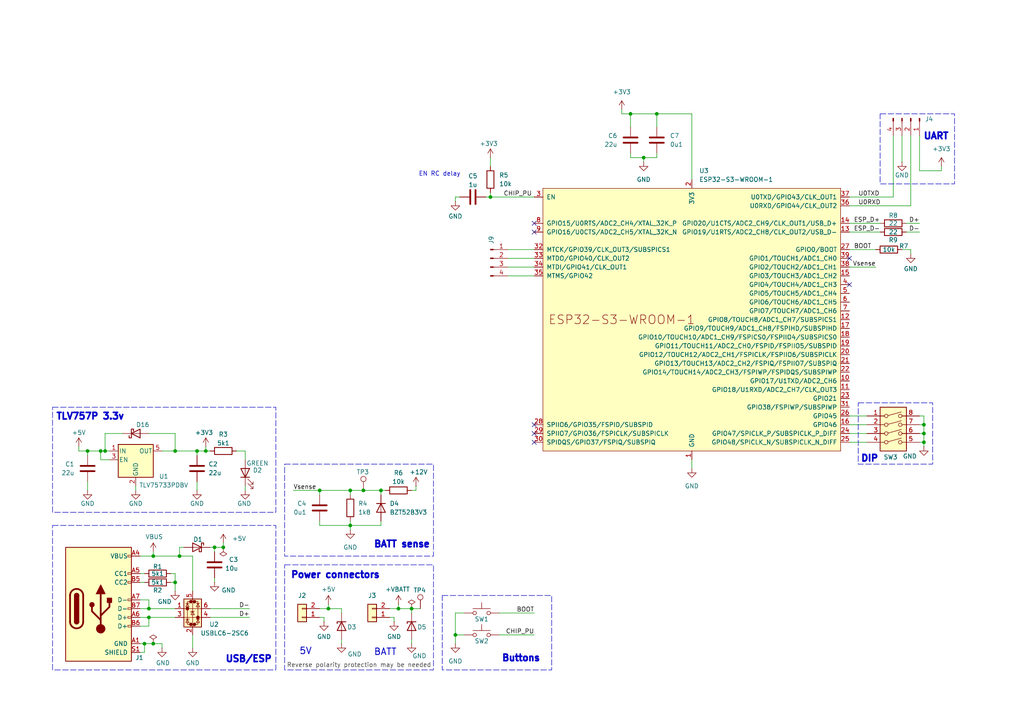
<source format=kicad_sch>
(kicad_sch (version 20250114) (generator "eeschema") (generator_version "9.0")
  (paper "A4")
  (lib_symbols
    (symbol "Connector:Conn_01x04_Pin" (pin_names (offset 1.016) (hide yes))
      (property "Reference" "J" (at 0 5.08 0))
      (property "Value" "Conn_01x04_Pin" (at 0 -7.62 0))
      (symbol "Conn_01x04_Pin_1_1"
        (pin passive line (at 5.08 2.54 180) (length 3.81) (name "Pin_1") (number "1"))
        (pin passive line (at 5.08 0 180) (length 3.81) (name "Pin_2") (number "2"))
        (pin passive line (at 5.08 -2.54 180) (length 3.81) (name "Pin_3") (number "3"))
        (pin passive line (at 5.08 -5.08 180) (length 3.81) (name "Pin_4") (number "4"))
      )
    )
    (symbol "Connector:TestPoint" (pin_numbers (hide yes)) (pin_names (offset 0.762) (hide yes))
      (property "Reference" "TP" (at 0 6.858 0))
      (property "Value" "TestPoint" (at 0 5.08 0))
      (symbol "TestPoint_1_1"
        (pin passive line (at 0 0 90) (length 2.54) (name "1") (number "1"))
      )
    )
    (symbol "Connector:USB_C_Receptacle_USB2.0_14P" (pin_names (offset 1.016))
      (property "Reference" "J4" (at 13.716 -14.224 0))
      (symbol "USB_C_Receptacle_USB2.0_14P_1_1"
        (pin power_out line (at 12.7 15.24 180) (length 2.54) (name "VBUS") (number "A4"))
        (pin passive line (at 12.7 15.24 180) (length 2.54) (hide yes) (name "VBUS") (number "A9"))
        (pin passive line (at 12.7 15.24 180) (length 2.54) (hide yes) (name "VBUS") (number "B4"))
        (pin passive line (at 12.7 15.24 180) (length 2.54) (hide yes) (name "VBUS") (number "B9"))
        (pin bidirectional line (at 12.7 10.16 180) (length 2.54) (name "CC1") (number "A5"))
        (pin bidirectional line (at 12.7 7.62 180) (length 2.54) (name "CC2") (number "B5"))
        (pin bidirectional line (at 12.7 2.54 180) (length 2.54) (name "D-") (number "A7"))
        (pin bidirectional line (at 12.7 0 180) (length 2.54) (name "D-") (number "B7"))
        (pin bidirectional line (at 12.7 -2.54 180) (length 2.54) (name "D+") (number "A6"))
        (pin bidirectional line (at 12.7 -5.08 180) (length 2.54) (name "D+") (number "B6"))
        (pin passive line (at 12.7 -10.16 180) (length 2.54) (name "GND") (number "A1"))
        (pin passive line (at 12.7 -10.16 180) (length 2.54) (hide yes) (name "GND") (number "A12"))
        (pin passive line (at 12.7 -10.16 180) (length 2.54) (hide yes) (name "GND") (number "B1"))
        (pin passive line (at 12.7 -10.16 180) (length 2.54) (hide yes) (name "GND") (number "B12"))
        (pin passive line (at 12.7 -12.7 180) (length 2.54) (name "SHIELD") (number "S1"))
      )
    )
    (symbol "Connector_Generic:Conn_01x02" (pin_names (offset 1.016) (hide yes))
      (property "Reference" "J" (at 0 2.54 0))
      (property "Value" "Conn_01x02" (at 0 -5.08 0))
      (symbol "Conn_01x02_1_1"
        (pin passive line (at -5.08 0 0) (length 3.81) (name "Pin_1") (number "1"))
        (pin passive line (at -5.08 -2.54 0) (length 3.81) (name "Pin_2") (number "2"))
      )
    )
    (symbol "Device:C" (pin_numbers (hide yes)) (pin_names (offset 0.254))
      (property "Reference" "C" (at 0.635 2.54 0))
      (property "Value" "C" (at 0.635 -2.54 0))
      (symbol "C_1_1"
        (pin passive line (at 0 3.81 270) (length 2.794) (name "~") (number "1"))
        (pin passive line (at 0 -3.81 90) (length 2.794) (name "~") (number "2"))
      )
    )
    (symbol "Device:D" (pin_numbers (hide yes)) (pin_names (offset 1.016) (hide yes))
      (property "Reference" "D" (at 0 2.54 0))
      (property "Value" "D" (at 0 -2.54 0))
      (symbol "D_1_1"
        (pin passive line (at -3.81 0 0) (length 2.54) (name "K") (number "1"))
        (pin passive line (at 3.81 0 180) (length 2.54) (name "A") (number "2"))
      )
    )
    (symbol "Device:D_Schottky" (pin_numbers (hide yes)) (pin_names (offset 1.016) (hide yes))
      (property "Reference" "D" (at 0 2.54 0))
      (property "Value" "D_Schottky" (at 0 -2.54 0))
      (symbol "D_Schottky_1_1"
        (pin passive line (at -3.81 0 0) (length 2.54) (name "K") (number "1"))
        (pin passive line (at 3.81 0 180) (length 2.54) (name "A") (number "2"))
      )
    )
    (symbol "Device:LED" (pin_numbers (hide yes)) (pin_names (offset 1.016) (hide yes))
      (property "Reference" "D" (at 0 2.54 0))
      (property "Value" "LED" (at 0 -2.54 0))
      (symbol "LED_1_1"
        (pin passive line (at -3.81 0 0) (length 2.54) (name "K") (number "1"))
        (pin passive line (at 3.81 0 180) (length 2.54) (name "A") (number "2"))
      )
    )
    (symbol "Device:R" (pin_numbers (hide yes)) (pin_names (offset 0))
      (property "Reference" "R" (at 2.032 0 90))
      (property "Value" "R" (at 0 0 90))
      (symbol "R_1_1"
        (pin passive line (at 0 3.81 270) (length 1.27) (name "~") (number "1"))
        (pin passive line (at 0 -3.81 90) (length 1.27) (name "~") (number "2"))
      )
    )
    (symbol "PCM_Espressif:ESP32-S3-WROOM-1" (pin_names (offset 1.016))
      (property "Reference" "U" (at -43.18 43.18 0))
      (property "Value" "ESP32-S3-WROOM-1" (at -43.18 40.64 0))
      (symbol "ESP32-S3-WROOM-1_0_0"
        (text "ESP32-S3-WROOM-1" (at -20.32 0 0) (effects (font (size 2.54 2.54))))
        (pin input line (at -45.72 35.56 0) (length 2.54) (name "EN") (number "3"))
        (pin bidirectional line (at -45.72 27.94 0) (length 2.54) (name "GPIO15/U0RTS/ADC2_CH4/XTAL_32K_P") (number "8"))
        (pin bidirectional line (at -45.72 25.4 0) (length 2.54) (name "GPIO16/U0CTS/ADC2_CH5/XTAL_32K_N") (number "9"))
        (pin bidirectional line (at -45.72 20.32 0) (length 2.54) (name "MTCK/GPIO39/CLK_OUT3/SUBSPICS1") (number "32"))
        (pin bidirectional line (at -45.72 17.78 0) (length 2.54) (name "MTDO/GPIO40/CLK_OUT2") (number "33"))
        (pin bidirectional line (at -45.72 15.24 0) (length 2.54) (name "MTDI/GPIO41/CLK_OUT1") (number "34"))
        (pin bidirectional line (at -45.72 12.7 0) (length 2.54) (name "MTMS/GPIO42") (number "35"))
        (pin bidirectional line (at -45.72 -30.48 0) (length 2.54) (name "SPIIO6/GPIO35/FSPID/SUBSPID") (number "28"))
        (pin bidirectional line (at -45.72 -33.02 0) (length 2.54) (name "SPIIO7/GPIO36/FSPICLK/SUBSPICLK") (number "29"))
        (pin bidirectional line (at -45.72 -35.56 0) (length 2.54) (name "SPIDQS/GPIO37/FSPIQ/SUBSPIQ") (number "30"))
        (pin power_in line (at 0 40.64 270) (length 2.54) (name "3V3") (number "2"))
        (pin power_in line (at 0 -40.64 90) (length 2.54) (name "GND") (number "1"))
        (pin passive line (at 0 -40.64 90) (length 2.54) (hide yes) (name "GND") (number "40"))
        (pin passive line (at 0 -40.64 90) (length 2.54) (hide yes) (name "GND") (number "41"))
        (pin bidirectional line (at 45.72 35.56 180) (length 2.54) (name "U0TXD/GPIO43/CLK_OUT1") (number "37"))
        (pin bidirectional line (at 45.72 33.02 180) (length 2.54) (name "U0RXD/GPIO44/CLK_OUT2") (number "36"))
        (pin bidirectional line (at 45.72 27.94 180) (length 2.54) (name "GPIO20/U1CTS/ADC2_CH9/CLK_OUT1/USB_D+") (number "14"))
        (pin bidirectional line (at 45.72 25.4 180) (length 2.54) (name "GPIO19/U1RTS/ADC2_CH8/CLK_OUT2/USB_D-") (number "13"))
        (pin bidirectional line (at 45.72 20.32 180) (length 2.54) (name "GPIO0/BOOT") (number "27"))
        (pin bidirectional line (at 45.72 17.78 180) (length 2.54) (name "GPIO1/TOUCH1/ADC1_CH0") (number "39"))
        (pin bidirectional line (at 45.72 15.24 180) (length 2.54) (name "GPIO2/TOUCH2/ADC1_CH1") (number "38"))
        (pin bidirectional line (at 45.72 12.7 180) (length 2.54) (name "GPIO3/TOUCH3/ADC1_CH2") (number "15"))
        (pin bidirectional line (at 45.72 10.16 180) (length 2.54) (name "GPIO4/TOUCH4/ADC1_CH3") (number "4"))
        (pin bidirectional line (at 45.72 7.62 180) (length 2.54) (name "GPIO5/TOUCH5/ADC1_CH4") (number "5"))
        (pin bidirectional line (at 45.72 5.08 180) (length 2.54) (name "GPIO6/TOUCH6/ADC1_CH5") (number "6"))
        (pin bidirectional line (at 45.72 2.54 180) (length 2.54) (name "GPIO7/TOUCH7/ADC1_CH6") (number "7"))
        (pin bidirectional line (at 45.72 0 180) (length 2.54) (name "GPIO8/TOUCH8/ADC1_CH7/SUBSPICS1") (number "12"))
        (pin bidirectional line (at 45.72 -2.54 180) (length 2.54) (name "GPIO9/TOUCH9/ADC1_CH8/FSPIHD/SUBSPIHD") (number "17"))
        (pin bidirectional line (at 45.72 -5.08 180) (length 2.54) (name "GPIO10/TOUCH10/ADC1_CH9/FSPICS0/FSPIIO4/SUBSPICS0") (number "18"))
        (pin bidirectional line (at 45.72 -7.62 180) (length 2.54) (name "GPIO11/TOUCH11/ADC2_CH0/FSPID/FSPIIO5/SUBSPID") (number "19"))
        (pin bidirectional line (at 45.72 -10.16 180) (length 2.54) (name "GPIO12/TOUCH12/ADC2_CH1/FSPICLK/FSPIIO6/SUBSPICLK") (number "20"))
        (pin bidirectional line (at 45.72 -12.7 180) (length 2.54) (name "GPIO13/TOUCH13/ADC2_CH2/FSPIQ/FSPIIO7/SUBSPIQ") (number "21"))
        (pin bidirectional line (at 45.72 -15.24 180) (length 2.54) (name "GPIO14/TOUCH14/ADC2_CH3/FSPIWP/FSPIDQS/SUBSPIWP") (number "22"))
        (pin bidirectional line (at 45.72 -17.78 180) (length 2.54) (name "GPIO17/U1TXD/ADC2_CH6") (number "10"))
        (pin bidirectional line (at 45.72 -20.32 180) (length 2.54) (name "GPIO18/U1RXD/ADC2_CH7/CLK_OUT3") (number "11"))
        (pin bidirectional line (at 45.72 -22.86 180) (length 2.54) (name "GPIO21") (number "23"))
        (pin bidirectional line (at 45.72 -25.4 180) (length 2.54) (name "GPIO38/FSPIWP/SUBSPIWP") (number "31"))
        (pin bidirectional line (at 45.72 -27.94 180) (length 2.54) (name "GPIO45") (number "26"))
        (pin bidirectional line (at 45.72 -30.48 180) (length 2.54) (name "GPIO46") (number "16"))
        (pin bidirectional line (at 45.72 -33.02 180) (length 2.54) (name "GPIO47/SPICLK_P/SUBSPICLK_P_DIFF") (number "24"))
        (pin bidirectional line (at 45.72 -35.56 180) (length 2.54) (name "GPIO48/SPICLK_N/SUBSPICLK_N_DIFF") (number "25"))
      )
    )
    (symbol "Pers:H5VU10U" (pin_numbers (hide yes)) (pin_names (hide yes))
      (property "Reference" "D" (at 0 2.54 0))
      (property "Value" "H5VU10U" (at 0 -2.54 0))
      (symbol "H5VU10U_1_1"
        (pin passive line (at -3.81 0 0) (length 2.54) (name "K") (number "1"))
        (pin passive line (at 3.81 0 180) (length 2.54) (name "A") (number "2"))
      )
    )
    (symbol "Power_Protection:USBLC6-2SC6" (pin_names (hide yes))
      (property "Reference" "U" (at 0.635 5.715 0))
      (property "Value" "USBLC6-2SC6" (at 0.635 3.81 0))
      (symbol "USBLC6-2SC6_1_1"
        (pin passive line (at -5.08 0 0) (length 2.54) (name "I/O1") (number "1"))
        (pin passive line (at -5.08 -2.54 0) (length 2.54) (name "I/O2") (number "3"))
        (pin passive line (at 0 5.08 270) (length 2.54) (name "VBUS") (number "5"))
        (pin passive line (at 0 -7.62 90) (length 2.54) (name "GND") (number "2"))
        (pin passive line (at 5.08 0 180) (length 2.54) (name "I/O1") (number "6"))
        (pin passive line (at 5.08 -2.54 180) (length 2.54) (name "I/O2") (number "4"))
      )
    )
    (symbol "Regulator_Linear:TLV75733PDBV" (pin_names (offset 0.254))
      (property "Reference" "U" (at -3.81 5.715 0))
      (property "Value" "TLV75733PDBV" (at 0 5.715 0))
      (symbol "TLV75733PDBV_1_1"
        (pin power_in line (at -7.62 2.54 0) (length 2.54) (name "IN") (number "1"))
        (pin input line (at -7.62 0 0) (length 2.54) (name "EN") (number "3"))
        (pin power_in line (at 0 -7.62 90) (length 2.54) (name "GND") (number "2"))
        (pin no_connect line (at 5.08 0 180) (length 2.54) (hide yes) (name "NC") (number "4"))
        (pin power_out line (at 7.62 2.54 180) (length 2.54) (name "OUT") (number "5"))
      )
    )
    (symbol "Switch:SW_DIP_x04" (pin_names (offset 0) (hide yes))
      (property "Reference" "SW" (at 0 8.89 0))
      (property "Value" "SW_DIP_x04" (at 0 -6.35 0))
      (symbol "SW_DIP_x04_1_1"
        (pin passive line (at -7.62 5.08 0) (length 5.08) (name "~") (number "1"))
        (pin passive line (at -7.62 2.54 0) (length 5.08) (name "~") (number "2"))
        (pin passive line (at -7.62 0 0) (length 5.08) (name "~") (number "3"))
        (pin passive line (at -7.62 -2.54 0) (length 5.08) (name "~") (number "4"))
        (pin passive line (at 7.62 5.08 180) (length 5.08) (name "~") (number "8"))
        (pin passive line (at 7.62 2.54 180) (length 5.08) (name "~") (number "7"))
        (pin passive line (at 7.62 0 180) (length 5.08) (name "~") (number "6"))
        (pin passive line (at 7.62 -2.54 180) (length 5.08) (name "~") (number "5"))
      )
    )
    (symbol "Switch:SW_Push" (pin_numbers (hide yes)) (pin_names (offset 1.016) (hide yes))
      (property "Reference" "SW" (at 1.27 2.54 0))
      (property "Value" "SW_Push" (at 0 -1.524 0))
      (symbol "SW_Push_0_1"
        (pin passive line (at -5.08 0 0) (length 2.54) (name "1") (number "1"))
        (pin passive line (at 5.08 0 180) (length 2.54) (name "2") (number "2"))
      )
    )
    (symbol "power:+12V" (power) (pin_numbers (hide yes)) (pin_names (offset 0) (hide yes))
      (property "Value" "+12V" (at 0 3.556 0))
      (symbol "+12V_1_1"
        (pin power_in line (at 0 0 90) (length 0) (name "~") (number "1"))
      )
    )
    (symbol "power:+3V3" (power) (pin_numbers (hide yes)) (pin_names (offset 0) (hide yes))
      (property "Value" "+3V3" (at 0 3.556 0))
      (symbol "+3V3_1_1"
        (pin power_in line (at 0 0 90) (length 0) (name "~") (number "1"))
      )
    )
    (symbol "power:+5V" (power) (pin_numbers (hide yes)) (pin_names (offset 0) (hide yes))
      (property "Value" "+5V" (at 0 3.556 0))
      (symbol "+5V_1_1"
        (pin power_in line (at 0 0 90) (length 0) (name "~") (number "1"))
      )
    )
    (symbol "power:GND" (power) (pin_numbers (hide yes)) (pin_names (offset 0) (hide yes))
      (property "Value" "GND" (at 0 -3.81 0))
      (symbol "GND_1_1"
        (pin power_in line (at 0 0 270) (length 0) (name "~") (number "1"))
      )
    )
    (symbol "power:PWR_FLAG" (power) (pin_numbers (hide yes)) (pin_names (offset 0) (hide yes))
      (property "Value" "PWR_FLAG" (at 0 3.81 0))
      (symbol "PWR_FLAG_0_0"
        (pin power_out line (at 0 0 90) (length 0) (name "~") (number "1"))
      )
    )
    (symbol "power:VBUS" (power) (pin_numbers (hide yes)) (pin_names (offset 0) (hide yes))
      (property "Value" "VBUS" (at 0 3.556 0))
      (symbol "VBUS_1_1"
        (pin power_in line (at 0 0 90) (length 0) (name "~") (number "1"))
      )
    )
  )
  (rectangle (start 15.24 118.11) (end 80.01 148.59) (stroke (width 0) (type dash)))
  (rectangle (start 128.27 172.72) (end 160.02 194.31) (stroke (width 0) (type dash)))
  (rectangle (start 15.24 152.4) (end 80.01 194.31) (stroke (width 0) (type dash)))
  (rectangle (start 248.92 116.84) (end 270.51 134.62) (stroke (width 0) (type dash)))
  (rectangle (start 82.55 134.62) (end 125.73 161.29) (stroke (width 0) (type dash)))
  (rectangle (start 82.55 163.83) (end 125.73 194.31) (stroke (width 0) (type dash)))
  (rectangle (start 255.27 33.02) (end 276.86 53.34) (stroke (width 0) (type dash)))
  (text "TLV757P 3.3v" (at 26.162 120.904 0) (effects (font (size 1.905 1.905) (thickness 0.508) (bold yes))))
  (text "Buttons" (at 151.13 191.008 0) (effects (font (size 1.905 1.905) (thickness 0.508) (bold yes))))
  (text "Power connectors" (at 97.282 166.878 0) (effects (font (size 1.905 1.905) (thickness 0.508) (bold yes))))
  (text "DIP" (at 252.222 133.096 0) (effects (font (size 1.905 1.905) (thickness 0.508) (bold yes))))
  (text "EN RC delay" (at 127.508 50.546 0) (effects (font (size 1.27 1.27))))
  (text "USB/ESP" (at 72.136 191.262 0) (effects (font (size 1.905 1.905) (thickness 0.508) (bold yes))))
  (text "BATT sense" (at 116.586 157.988 0) (effects (font (size 1.905 1.905) (thickness 0.508) (bold yes))))
  (text "5V" (at 88.646 188.976 0) (effects (font (size 1.905 1.905) (thickness 0.2381))))
  (text "UART" (at 271.526 39.624 0) (effects (font (size 1.905 1.905) (thickness 0.508) (bold yes))))
  (text "Reverse polarity protection may be needed" (at 104.14 193.04 0) (effects (font (size 1.27 1.27))))
  (text "BATT" (at 111.76 189.23 0) (effects (font (size 1.905 1.905) (thickness 0.2381))))
  (junction (at 186.69 45.72))
  (junction (at 101.6 152.4))
  (junction (at 43.18 179.07))
  (junction (at 30.48 130.81))
  (junction (at 25.4 130.81))
  (junction (at 101.6 142.24))
  (junction (at 50.8 168.91))
  (junction (at 64.77 158.75))
  (junction (at 43.18 176.53))
  (junction (at 44.45 186.69))
  (junction (at 267.97 128.27))
  (junction (at 115.57 176.53))
  (junction (at 119.38 176.53))
  (junction (at 41.91 186.69))
  (junction (at 29.21 130.81))
  (junction (at 57.15 130.81))
  (junction (at 142.24 57.15))
  (junction (at 190.5 33.02))
  (junction (at 267.97 123.19))
  (junction (at 52.07 161.29))
  (junction (at 59.69 130.81))
  (junction (at 95.25 176.53))
  (junction (at 132.08 184.15))
  (junction (at 110.49 142.24))
  (junction (at 267.97 125.73))
  (junction (at 105.41 142.24))
  (junction (at 50.8 130.81))
  (junction (at 92.71 142.24))
  (junction (at 44.45 161.29))
  (junction (at 62.23 158.75))
  (junction (at 182.88 33.02))
  (no_connect (at 154.94 64.77))
  (no_connect (at 154.94 128.27))
  (no_connect (at 154.94 67.31))
  (no_connect (at 154.94 125.73))
  (no_connect (at 154.94 123.19))
  (no_connect (at 246.38 82.55))
  (no_connect (at 246.38 74.93))
  (wire (pts (xy 246.38 125.73) (xy 251.46 125.73)))
  (wire (pts (xy 92.71 142.24) (xy 101.6 142.24)))
  (wire (pts (xy 64.77 158.75) (xy 62.23 158.75)))
  (wire (pts (xy 43.18 179.07) (xy 40.64 179.07)))
  (wire (pts (xy 35.56 125.73) (xy 30.48 125.73)))
  (wire (pts (xy 114.3 180.34) (xy 114.3 179.07)))
  (wire (pts (xy 50.8 125.73) (xy 50.8 130.81)))
  (wire (pts (xy 154.94 72.39) (xy 147.32 72.39)))
  (wire (pts (xy 119.38 185.42) (xy 119.38 186.69)))
  (wire (pts (xy 262.89 64.77) (xy 266.7 64.77)))
  (wire (pts (xy 186.69 45.72) (xy 182.88 45.72)))
  (wire (pts (xy 101.6 151.13) (xy 101.6 152.4)))
  (wire (pts (xy 57.15 139.7) (xy 57.15 142.24)))
  (wire (pts (xy 200.66 33.02) (xy 200.66 52.07)))
  (wire (pts (xy 267.97 129.54) (xy 267.97 128.27)))
  (wire (pts (xy 71.12 130.81) (xy 71.12 133.35)))
  (wire (pts (xy 92.71 179.07) (xy 93.98 179.07)))
  (wire (pts (xy 52.07 161.29) (xy 44.45 161.29)))
  (wire (pts (xy 59.69 130.81) (xy 60.96 130.81)))
  (wire (pts (xy 154.94 74.93) (xy 147.32 74.93)))
  (wire (pts (xy 119.38 176.53) (xy 119.38 177.8)))
  (wire (pts (xy 39.37 140.97) (xy 39.37 142.24)))
  (wire (pts (xy 30.48 130.81) (xy 29.21 130.81)))
  (wire (pts (xy 254 72.39) (xy 246.38 72.39)))
  (wire (pts (xy 92.71 152.4) (xy 92.71 151.13)))
  (wire (pts (xy 22.86 130.81) (xy 22.86 129.54)))
  (wire (pts (xy 57.15 130.81) (xy 57.15 132.08)))
  (wire (pts (xy 121.92 176.53) (xy 119.38 176.53)))
  (wire (pts (xy 50.8 171.45) (xy 50.8 168.91)))
  (wire (pts (xy 119.38 142.24) (xy 120.65 142.24)))
  (wire (pts (xy 190.5 45.72) (xy 186.69 45.72)))
  (wire (pts (xy 50.8 166.37) (xy 49.53 166.37)))
  (wire (pts (xy 101.6 152.4) (xy 101.6 153.67)))
  (wire (pts (xy 41.91 186.69) (xy 40.64 186.69)))
  (wire (pts (xy 62.23 168.91) (xy 62.23 167.64)))
  (wire (pts (xy 264.16 39.37) (xy 264.16 59.69)))
  (wire (pts (xy 110.49 142.24) (xy 111.76 142.24)))
  (wire (pts (xy 57.15 130.81) (xy 59.69 130.81)))
  (wire (pts (xy 246.38 128.27) (xy 251.46 128.27)))
  (wire (pts (xy 29.21 133.35) (xy 29.21 130.81)))
  (wire (pts (xy 113.03 179.07) (xy 114.3 179.07)))
  (wire (pts (xy 190.5 33.02) (xy 190.5 36.83)))
  (wire (pts (xy 267.97 123.19) (xy 267.97 120.65)))
  (wire (pts (xy 44.45 160.02) (xy 44.45 161.29)))
  (wire (pts (xy 101.6 142.24) (xy 105.41 142.24)))
  (wire (pts (xy 25.4 130.81) (xy 25.4 132.08)))
  (wire (pts (xy 180.34 33.02) (xy 180.34 31.75)))
  (wire (pts (xy 68.58 130.81) (xy 71.12 130.81)))
  (wire (pts (xy 44.45 186.69) (xy 41.91 186.69)))
  (wire (pts (xy 50.8 168.91) (xy 49.53 168.91)))
  (wire (pts (xy 92.71 176.53) (xy 95.25 176.53)))
  (wire (pts (xy 30.48 125.73) (xy 30.48 130.81)))
  (wire (pts (xy 43.18 181.61) (xy 43.18 179.07)))
  (wire (pts (xy 262.89 67.31) (xy 266.7 67.31)))
  (wire (pts (xy 142.24 45.72) (xy 142.24 48.26)))
  (wire (pts (xy 142.24 55.88) (xy 142.24 57.15)))
  (wire (pts (xy 50.8 166.37) (xy 50.8 168.91)))
  (wire (pts (xy 182.88 36.83) (xy 182.88 33.02)))
  (wire (pts (xy 40.64 173.99) (xy 43.18 173.99)))
  (wire (pts (xy 52.07 158.75) (xy 52.07 161.29)))
  (wire (pts (xy 267.97 125.73) (xy 267.97 128.27)))
  (wire (pts (xy 99.06 185.42) (xy 99.06 186.69)))
  (wire (pts (xy 266.7 125.73) (xy 267.97 125.73)))
  (wire (pts (xy 182.88 44.45) (xy 182.88 45.72)))
  (wire (pts (xy 180.34 33.02) (xy 182.88 33.02)))
  (wire (pts (xy 62.23 158.75) (xy 60.96 158.75)))
  (wire (pts (xy 55.88 184.15) (xy 55.88 187.96)))
  (wire (pts (xy 273.05 49.53) (xy 266.7 49.53)))
  (wire (pts (xy 101.6 142.24) (xy 101.6 143.51)))
  (wire (pts (xy 101.6 152.4) (xy 110.49 152.4)))
  (wire (pts (xy 246.38 120.65) (xy 251.46 120.65)))
  (wire (pts (xy 246.38 67.31) (xy 255.27 67.31)))
  (wire (pts (xy 259.08 39.37) (xy 259.08 57.15)))
  (wire (pts (xy 43.18 176.53) (xy 40.64 176.53)))
  (wire (pts (xy 132.08 58.42) (xy 132.08 57.15)))
  (wire (pts (xy 41.91 168.91) (xy 40.64 168.91)))
  (wire (pts (xy 99.06 176.53) (xy 99.06 177.8)))
  (wire (pts (xy 246.38 64.77) (xy 255.27 64.77)))
  (wire (pts (xy 261.62 39.37) (xy 261.62 46.99)))
  (wire (pts (xy 144.78 177.8) (xy 154.94 177.8)))
  (wire (pts (xy 44.45 161.29) (xy 40.64 161.29)))
  (wire (pts (xy 52.07 158.75) (xy 53.34 158.75)))
  (wire (pts (xy 246.38 123.19) (xy 251.46 123.19)))
  (wire (pts (xy 40.64 181.61) (xy 43.18 181.61)))
  (wire (pts (xy 105.41 142.24) (xy 110.49 142.24)))
  (wire (pts (xy 267.97 123.19) (xy 266.7 123.19)))
  (wire (pts (xy 50.8 176.53) (xy 43.18 176.53)))
  (wire (pts (xy 190.5 44.45) (xy 190.5 45.72)))
  (wire (pts (xy 50.8 130.81) (xy 57.15 130.81)))
  (wire (pts (xy 264.16 73.66) (xy 264.16 72.39)))
  (wire (pts (xy 64.77 158.75) (xy 64.77 157.48)))
  (wire (pts (xy 55.88 161.29) (xy 52.07 161.29)))
  (wire (pts (xy 264.16 59.69) (xy 246.38 59.69)))
  (wire (pts (xy 71.12 140.97) (xy 71.12 142.24)))
  (wire (pts (xy 60.96 179.07) (xy 72.39 179.07)))
  (wire (pts (xy 62.23 158.75) (xy 62.23 160.02)))
  (wire (pts (xy 115.57 175.26) (xy 115.57 176.53)))
  (wire (pts (xy 50.8 179.07) (xy 43.18 179.07)))
  (wire (pts (xy 120.65 140.97) (xy 120.65 142.24)))
  (wire (pts (xy 31.75 130.81) (xy 30.48 130.81)))
  (wire (pts (xy 259.08 57.15) (xy 246.38 57.15)))
  (wire (pts (xy 41.91 189.23) (xy 40.64 189.23)))
  (wire (pts (xy 43.18 173.99) (xy 43.18 176.53)))
  (wire (pts (xy 85.09 142.24) (xy 92.71 142.24)))
  (wire (pts (xy 92.71 142.24) (xy 92.71 143.51)))
  (wire (pts (xy 154.94 80.01) (xy 147.32 80.01)))
  (wire (pts (xy 41.91 186.69) (xy 41.91 189.23)))
  (wire (pts (xy 132.08 57.15) (xy 133.35 57.15)))
  (wire (pts (xy 267.97 128.27) (xy 266.7 128.27)))
  (wire (pts (xy 254 77.47) (xy 246.38 77.47)))
  (wire (pts (xy 93.98 180.34) (xy 93.98 179.07)))
  (wire (pts (xy 59.69 130.81) (xy 59.69 129.54)))
  (wire (pts (xy 46.99 186.69) (xy 44.45 186.69)))
  (wire (pts (xy 110.49 152.4) (xy 110.49 151.13)))
  (wire (pts (xy 273.05 48.26) (xy 273.05 49.53)))
  (wire (pts (xy 264.16 72.39) (xy 261.62 72.39)))
  (wire (pts (xy 55.88 161.29) (xy 55.88 171.45)))
  (wire (pts (xy 132.08 177.8) (xy 134.62 177.8)))
  (wire (pts (xy 101.6 152.4) (xy 92.71 152.4)))
  (wire (pts (xy 132.08 184.15) (xy 134.62 184.15)))
  (wire (pts (xy 60.96 176.53) (xy 72.39 176.53)))
  (wire (pts (xy 113.03 176.53) (xy 115.57 176.53)))
  (wire (pts (xy 41.91 166.37) (xy 40.64 166.37)))
  (wire (pts (xy 267.97 125.73) (xy 267.97 123.19)))
  (wire (pts (xy 43.18 125.73) (xy 50.8 125.73)))
  (wire (pts (xy 182.88 33.02) (xy 190.5 33.02)))
  (wire (pts (xy 267.97 120.65) (xy 266.7 120.65)))
  (wire (pts (xy 31.75 133.35) (xy 29.21 133.35)))
  (wire (pts (xy 115.57 176.53) (xy 119.38 176.53)))
  (wire (pts (xy 25.4 139.7) (xy 25.4 142.24)))
  (wire (pts (xy 132.08 186.69) (xy 132.08 184.15)))
  (wire (pts (xy 25.4 130.81) (xy 22.86 130.81)))
  (wire (pts (xy 110.49 142.24) (xy 110.49 143.51)))
  (wire (pts (xy 186.69 45.72) (xy 186.69 46.99)))
  (wire (pts (xy 266.7 49.53) (xy 266.7 39.37)))
  (wire (pts (xy 29.21 130.81) (xy 25.4 130.81)))
  (wire (pts (xy 95.25 175.26) (xy 95.25 176.53)))
  (wire (pts (xy 140.97 57.15) (xy 142.24 57.15)))
  (wire (pts (xy 46.99 186.69) (xy 46.99 187.96)))
  (wire (pts (xy 142.24 57.15) (xy 154.94 57.15)))
  (wire (pts (xy 154.94 77.47) (xy 147.32 77.47)))
  (wire (pts (xy 200.66 133.35) (xy 200.66 135.89)))
  (wire (pts (xy 46.99 130.81) (xy 50.8 130.81)))
  (wire (pts (xy 95.25 176.53) (xy 99.06 176.53)))
  (wire (pts (xy 190.5 33.02) (xy 200.66 33.02)))
  (wire (pts (xy 132.08 184.15) (xy 132.08 177.8)))
  (wire (pts (xy 144.78 184.15) (xy 154.94 184.15)))
  (label "ESP_D+" (at 255.27 64.77 180))
  (label "D+" (at 266.7 64.77 180))
  (label "D+" (at 72.39 179.07 180))
  (label "CHIP_PU" (at 146.05 57.15 0))
  (label "D-" (at 266.7 67.31 180))
  (label "CHIP_PU" (at 154.94 184.15 180))
  (label "ESP_D-" (at 255.27 67.31 180))
  (label "D-" (at 72.39 176.53 180))
  (label "BOOT" (at 154.94 177.8 180))
  (label "U0RXD" (at 248.92 59.69 0))
  (label "BOOT" (at 247.65 72.39 0))
  (label "Vsense" (at 85.09 142.24 0))
  (label "Vsense" (at 254 77.47 180))
  (label "U0TXD" (at 248.92 57.15 0))
  (symbol (lib_id "Connector:USB_C_Receptacle_USB2.0_14P") (at 27.94 176.53 0) (unit 1)
    (property "Reference" "J1" (at 41.656 190.754 0) (effects (justify right)))
    (property "Value" "USB_C_Receptacle_USB2.0_14P" (effects (hide yes)))
    (property "Footprint" "Connector_USB:USB_C_Receptacle_HRO_TYPE-C-31-M-12" (effects (hide yes)))
    (property "Datasheet" "https://www.usb.org/sites/default/files/documents/usb_type-c.zip" (effects (hide yes)))
    (property "Description" "USB 2.0-only 14P Type-C Receptacle connector" (effects (hide yes)))
    (property "Manufacturer" "Shou HAN" (effects (hide yes)))
    (property "Manufacturer Part Number" "TYPE-C16PIN" (effects (hide yes)))
    (property "Basic" "X" (effects (hide yes)))
    (property "JLCPCB Part #" "C393939" (effects (hide yes)))
  )
  (symbol (lib_id "power:GND") (at 46.99 187.96 0) (mirror y) (unit 1)
    (property "Reference" "#PWR05" (effects (hide yes)))
    (property "Value" "GND" (at 45.212 192.278 0) (effects (justify right)))
    (property "Description" "Power symbol creates a global label with name \"GND\" , ground" (effects (hide yes)))
  )
  (symbol (lib_id "Device:R") (at 45.72 168.91 270) (mirror x) (unit 1)
    (property "Reference" "R2" (at 45.72 171.196 90))
    (property "Value" "5k1" (at 45.72 168.91 90))
    (property "Footprint" "Resistor_SMD:R_0603_1608Metric" (effects (hide yes)))
    (property "Description" "Resistor" (effects (hide yes)))
    (property "Manufacturer" "Uniroyal Elec" (effects (hide yes)))
    (property "Manufacturer Part Number" "0603WAF5101T5E" (effects (hide yes)))
    (property "Basic" "Y" (effects (hide yes)))
    (property "JLCPCB Part #" "C23186" (effects (hide yes)))
  )
  (symbol (lib_id "power:GND") (at 186.69 46.99 0) (unit 1)
    (property "Reference" "#PWR025" (effects (hide yes)))
    (property "Value" "GND" (at 186.69 52.07 0))
    (property "Description" "Power symbol creates a global label with name \"GND\" , ground" (effects (hide yes)))
  )
  (symbol (lib_id "Device:C") (at 62.23 163.83 0) (mirror y) (unit 1)
    (property "Reference" "C3" (at 69.088 162.306 0) (effects (justify left)))
    (property "Value" "10u" (at 69.088 164.846 0) (effects (justify left)))
    (property "Footprint" "Capacitor_SMD:C_0603_1608Metric" (effects (hide yes)))
    (property "Description" "Unpolarized capacitor" (effects (hide yes)))
    (property "Manufacturer" "Samsung Electro-Mechanics " (effects (hide yes)))
    (property "Manufacturer Part Number" "CL10A106KP8NNNC" (effects (hide yes)))
    (property "Basic" "Y" (effects (hide yes)))
    (property "JLCPCB Part #" "C19702" (effects (hide yes)))
  )
  (symbol (lib_id "power:GND") (at 114.3 180.34 0) (unit 1)
    (property "Reference" "#PWR019" (effects (hide yes)))
    (property "Value" "GND" (at 114.3 184.658 0))
    (property "Description" "Power symbol creates a global label with name \"GND\" , ground" (effects (hide yes)))
  )
  (symbol (lib_id "Connector_Generic:Conn_01x02") (at 87.63 179.07 180) (unit 1) (in_bom no)
    (property "Reference" "J2" (at 87.63 172.72 0))
    (property "Value" "Conn_01x02" (effects (hide yes)))
    (property "Footprint" "Connector_JST:JST_XH_S2B-XH-A_1x02_P2.50mm_Horizontal" (effects (hide yes)))
    (property "Description" "Generic connector, single row, 01x02, script generated (kicad-library-utils/schlib/autogen/connector/)" (effects (hide yes)))
  )
  (symbol (lib_id "power:GND") (at 99.06 186.69 0) (unit 1)
    (property "Reference" "#PWR015" (effects (hide yes)))
    (property "Value" "GND" (at 102.87 189.738 0))
    (property "Description" "Power symbol creates a global label with name \"GND\" , ground" (effects (hide yes)))
  )
  (symbol (lib_id "Switch:SW_Push") (at 139.7 184.15 0) (unit 1)
    (property "Reference" "SW2" (at 139.7 185.928 0))
    (property "Value" "SW_Push" (effects (hide yes)))
    (property "Footprint" "Button_Switch_SMD:SW_SPST_TS-1088-xR020" (effects (hide yes)))
    (property "Description" "Push button switch, generic, two pins" (effects (hide yes)))
    (property "Manufacturer" "XUNPU" (effects (hide yes)))
    (property "Manufacturer Part Number" "TS-1088-AR02016" (effects (hide yes)))
    (property "Basic" "Y" (effects (hide yes)))
    (property "JLCPCB Part #" "C720477" (effects (hide yes)))
  )
  (symbol (lib_id "power:PWR_FLAG") (at 119.38 176.53 0) (unit 1)
    (property "Reference" "#FLG03" (effects (hide yes)))
    (property "Value" "PWR_FLAG" (effects (hide yes)))
    (property "Description" "Special symbol for telling ERC where power comes from" (effects (hide yes)))
  )
  (symbol (lib_id "Device:R") (at 259.08 67.31 90) (mirror x) (unit 1)
    (property "Reference" "R9" (at 259.08 69.596 90))
    (property "Value" "22" (at 259.08 67.31 90))
    (property "Footprint" "Resistor_SMD:R_0603_1608Metric" (effects (hide yes)))
    (property "Description" "Resistor" (effects (hide yes)))
    (property "Basic" "Y" (effects (hide yes)))
    (property "JLCPCB Part #" "C23345" (effects (hide yes)))
    (property "Manufacturer" "Uniroyal Elec" (effects (hide yes)))
    (property "Manufacturer Part Number" "0603WAF220JT5E" (effects (hide yes)))
  )
  (symbol (lib_id "power:GND") (at 62.23 168.91 0) (mirror y) (unit 1)
    (property "Reference" "#PWR010" (effects (hide yes)))
    (property "Value" "GND" (at 66.294 171.196 0))
    (property "Description" "Power symbol creates a global label with name \"GND\" , ground" (effects (hide yes)))
  )
  (symbol (lib_id "Device:D_Schottky") (at 39.37 125.73 0) (mirror x) (unit 1)
    (property "Reference" "D16" (at 41.402 123.19 0))
    (property "Value" "D_Schottky" (effects (hide yes)))
    (property "Footprint" "Diode_SMD:D_SMA" (effects (hide yes)))
    (property "Description" "Schottky diode" (effects (hide yes)))
    (property "Manufacturer" "Microdiode Semiconductor (MDD)" (effects (hide yes)))
    (property "Manufacturer Part Number" "SS54" (effects (hide yes)))
    (property "Basic" "Y" (effects (hide yes)))
    (property "JLCPCB Part #" "C22452" (effects (hide yes)))
  )
  (symbol (lib_id "Device:R") (at 64.77 130.81 90) (unit 1)
    (property "Reference" "R3" (at 64.77 125.984 90))
    (property "Value" "5k1" (at 64.77 128.524 90))
    (property "Footprint" "Resistor_SMD:R_0603_1608Metric" (effects (hide yes)))
    (property "Description" "Resistor" (effects (hide yes)))
    (property "Basic" "Y" (effects (hide yes)))
    (property "JLCPCB Part #" "C23186" (effects (hide yes)))
    (property "Manufacturer" "Uniroyal Elec" (effects (hide yes)))
    (property "Manufacturer Part Number" "0603WAF5101T5E" (effects (hide yes)))
  )
  (symbol (lib_id "power:GND") (at 93.98 180.34 0) (unit 1)
    (property "Reference" "#PWR013" (effects (hide yes)))
    (property "Value" "GND" (at 93.98 184.658 0))
    (property "Description" "Power symbol creates a global label with name \"GND\" , ground" (effects (hide yes)))
  )
  (symbol (lib_id "Device:C") (at 25.4 135.89 0) (mirror x) (unit 1)
    (property "Reference" "C1" (at 21.59 134.6199 0) (effects (justify right)))
    (property "Value" "22u" (at 21.59 137.1599 0) (effects (justify right)))
    (property "Description" "Unpolarized capacitor" (effects (hide yes)))
  )
  (symbol (lib_id "power:+5V") (at 95.25 175.26 0) (unit 1)
    (property "Reference" "#PWR014" (effects (hide yes)))
    (property "Value" "+5V" (at 95.25 170.942 0))
    (property "Description" "Power symbol creates a global label with name \"+5V\"" (effects (hide yes)))
  )
  (symbol (lib_id "Device:R") (at 259.08 64.77 90) (unit 1)
    (property "Reference" "R8" (at 259.08 62.484 90))
    (property "Value" "22" (at 259.08 64.77 90))
    (property "Footprint" "Resistor_SMD:R_0603_1608Metric" (effects (hide yes)))
    (property "Description" "Resistor" (effects (hide yes)))
    (property "Basic" "Y" (effects (hide yes)))
    (property "JLCPCB Part #" "C23345" (effects (hide yes)))
    (property "Manufacturer" "Uniroyal Elec" (effects (hide yes)))
    (property "Manufacturer Part Number" "0603WAF220JT5E" (effects (hide yes)))
  )
  (symbol (lib_id "power:GND") (at 71.12 142.24 0) (unit 1)
    (property "Reference" "#PWR012" (effects (hide yes)))
    (property "Value" "GND" (at 72.898 146.05 0) (effects (justify right)))
    (property "Description" "Power symbol creates a global label with name \"GND\" , ground" (effects (hide yes)))
  )
  (symbol (lib_id "Device:R") (at 45.72 166.37 270) (mirror x) (unit 1)
    (property "Reference" "R1" (at 45.72 164.338 90))
    (property "Value" "5k1" (at 45.72 166.37 90))
    (property "Footprint" "Resistor_SMD:R_0603_1608Metric" (effects (hide yes)))
    (property "Description" "Resistor" (effects (hide yes)))
    (property "Manufacturer" "Uniroyal Elec" (effects (hide yes)))
    (property "Manufacturer Part Number" "0603WAF5101T5E" (effects (hide yes)))
    (property "Basic" "Y" (effects (hide yes)))
    (property "JLCPCB Part #" "C23186" (effects (hide yes)))
  )
  (symbol (lib_id "power:GND") (at 132.08 186.69 0) (unit 1)
    (property "Reference" "#PWR023" (effects (hide yes)))
    (property "Value" "GND" (at 132.08 191.77 0))
    (property "Description" "Power symbol creates a global label with name \"GND\" , ground" (effects (hide yes)))
  )
  (symbol (lib_id "Device:LED") (at 71.12 137.16 90) (unit 1)
    (property "Reference" "D2" (at 74.676 136.398 90))
    (property "Value" "GREEN" (at 74.676 134.366 90))
    (property "Footprint" "LED_SMD:LED_0805_2012Metric" (effects (hide yes)))
    (property "Description" "Light emitting diode" (effects (hide yes)))
    (property "Sim.Pins" "1=K 2=A" (effects (hide yes)))
    (property "Manufacturer" "Hubei KENTO Elec " (effects (hide yes)))
    (property "Manufacturer Part Number" "KT-0805G" (effects (hide yes)))
    (property "Basic" "Y" (effects (hide yes)))
    (property "JLCPCB Part #" "C2297" (effects (hide yes)))
  )
  (symbol (lib_id "Device:D") (at 110.49 147.32 270) (unit 1)
    (property "Reference" "D4" (at 113.03 146.0499 90) (effects (justify left)))
    (property "Value" "BZT52B3V3" (at 113.03 148.5899 90) (effects (justify left)))
    (property "Footprint" "Diode_SMD:D_SOD-123" (effects (hide yes)))
    (property "Description" "Diode" (effects (hide yes)))
    (property "Sim.Device" "D" (effects (hide yes)))
    (property "Sim.Pins" "1=K 2=A" (effects (hide yes)))
    (property "Basic" "E" (effects (hide yes)))
    (property "JLCPCB Part #" "C19077392" (effects (hide yes)))
    (property "Manufacturer" "hongjiacheng" (effects (hide yes)))
    (property "Manufacturer Part Number" "BZT52B3V3" (effects (hide yes)))
  )
  (symbol (lib_id "power:GND") (at 119.38 186.69 0) (unit 1)
    (property "Reference" "#PWR022" (effects (hide yes)))
    (property "Value" "GND" (at 121.666 190.246 0))
    (property "Description" "Power symbol creates a global label with name \"GND\" , ground" (effects (hide yes)))
  )
  (symbol (lib_id "Switch:SW_Push") (at 139.7 177.8 0) (unit 1)
    (property "Reference" "SW1" (at 139.7 179.578 0))
    (property "Value" "SW_Push" (effects (hide yes)))
    (property "Footprint" "Button_Switch_SMD:SW_SPST_TS-1088-xR020" (effects (hide yes)))
    (property "Description" "Push button switch, generic, two pins" (effects (hide yes)))
    (property "Manufacturer" "XUNPU" (effects (hide yes)))
    (property "Manufacturer Part Number" "TS-1088-AR02016" (effects (hide yes)))
    (property "Basic" "Y" (effects (hide yes)))
    (property "JLCPCB Part #" "C720477" (effects (hide yes)))
  )
  (symbol (lib_id "Device:C") (at 57.15 135.89 180) (unit 1)
    (property "Reference" "C2" (at 60.452 134.62 0) (effects (justify right)))
    (property "Value" "22u" (at 60.452 137.16 0) (effects (justify right)))
    (property "Description" "Unpolarized capacitor" (effects (hide yes)))
  )
  (symbol (lib_id "power:GND") (at 261.62 46.99 0) (unit 1)
    (property "Reference" "#PWR027" (effects (hide yes)))
    (property "Value" "GND" (at 263.652 50.8 0) (effects (justify right)))
    (property "Description" "Power symbol creates a global label with name \"GND\" , ground" (effects (hide yes)))
  )
  (symbol (lib_id "power:PWR_FLAG") (at 64.77 158.75 180) (unit 1)
    (property "Reference" "#FLG01" (effects (hide yes)))
    (property "Value" "PWR_FLAG" (effects (hide yes)))
    (property "Description" "Special symbol for telling ERC where power comes from" (effects (hide yes)))
  )
  (symbol (lib_id "power:+5V") (at 22.86 129.54 0) (mirror y) (unit 1)
    (property "Reference" "#PWR08" (effects (hide yes)))
    (property "Value" "+5V" (at 20.828 125.476 0) (effects (justify right)))
    (property "Description" "Power symbol creates a global label with name \"+5V\"" (effects (hide yes)))
  )
  (symbol (lib_id "PCM_Espressif:ESP32-S3-WROOM-1") (at 200.66 92.71 0) (unit 1) (in_bom no)
    (property "Reference" "U3" (at 202.8033 49.53 0) (effects (justify left)))
    (property "Value" "ESP32-S3-WROOM-1" (at 202.8033 52.07 0) (effects (justify left)))
    (property "Footprint" "PCM_Espressif:ESP32-S3-WROOM-1" (effects (hide yes)))
    (property "Datasheet" "https://www.espressif.com/sites/default/files/documentation/esp32-s3-wroom-1_wroom-1u_datasheet_en.pdf" (effects (hide yes)))
    (property "Description" "2.4 GHz WiFi (802.11 b/g/n) and Bluetooth ® 5 (LE) module Built around ESP32S3 series of SoCs, Xtensa ® dualcore 32bit LX7 microprocessor Flash up to 16 MB, PSRAM up to 8 MB 36 GPIOs, rich set of peripherals Onboard PCB antenna" (effects (hide yes)))
  )
  (symbol (lib_id "Device:C") (at 190.5 40.64 0) (unit 1)
    (property "Reference" "C7" (at 194.31 39.3699 0) (effects (justify left)))
    (property "Value" "0u1" (at 194.31 41.9099 0) (effects (justify left)))
    (property "Footprint" "Capacitor_SMD:C_0603_1608Metric" (effects (hide yes)))
    (property "Description" "Unpolarized capacitor" (effects (hide yes)))
    (property "Basic" "Y" (effects (hide yes)))
    (property "JLCPCB Part #" "C14663" (effects (hide yes)))
    (property "Manufacturer" "YAGEO" (effects (hide yes)))
    (property "Manufacturer Part Number" "CC0603KRX7R9BB104" (effects (hide yes)))
  )
  (symbol (lib_id "Device:R") (at 101.6 147.32 0) (unit 1)
    (property "Reference" "R4" (at 103.886 146.05 0) (effects (justify left)))
    (property "Value" "1k8" (at 103.886 148.59 0) (effects (justify left)))
    (property "Footprint" "Resistor_SMD:R_0603_1608Metric" (effects (hide yes)))
    (property "Description" "Resistor" (effects (hide yes)))
    (property "Basic" "Y" (effects (hide yes)))
    (property "JLCPCB Part #" "C59461" (effects (hide yes)))
    (property "Manufacturer" "Samsung Electro-Mechanics" (effects (hide yes)))
    (property "Manufacturer Part Number" "CL10A226MQ8NRNC" (effects (hide yes)))
  )
  (symbol (lib_id "power:+12V") (at 115.57 175.26 0) (unit 1)
    (property "Reference" "#PWR020" (effects (hide yes)))
    (property "Value" "+VBATT" (at 115.316 170.942 0))
    (property "Description" "Power symbol creates a global label with name \"+12V\"" (effects (hide yes)))
  )
  (symbol (lib_id "power:+3V3") (at 142.24 45.72 0) (unit 1)
    (property "Reference" "#PWR017" (effects (hide yes)))
    (property "Value" "+3V3" (at 141.732 41.656 0))
    (property "Description" "Power symbol creates a global label with name \"+3V3\"" (effects (hide yes)))
  )
  (symbol (lib_id "power:GND") (at 264.16 73.66 0) (unit 1)
    (property "Reference" "#PWR031" (effects (hide yes)))
    (property "Value" "GND" (at 264.16 77.978 0))
    (property "Description" "Power symbol creates a global label with name \"GND\" , ground" (effects (hide yes)))
  )
  (symbol (lib_id "Device:C") (at 137.16 57.15 90) (mirror x) (unit 1)
    (property "Reference" "C5" (at 137.16 51.054 90))
    (property "Value" "1u" (at 137.16 53.594 90))
    (property "Footprint" "Capacitor_SMD:C_0603_1608Metric" (effects (hide yes)))
    (property "Description" "Unpolarized capacitor" (effects (hide yes)))
    (property "Manufacturer" "Samsung Electro-Mechanics " (effects (hide yes)))
    (property "Manufacturer Part Number" "CL10A105KB8NNNC" (effects (hide yes)))
    (property "Basic" "Y" (effects (hide yes)))
    (property "JLCPCB Part #" "C15849" (effects (hide yes)))
  )
  (symbol (lib_id "Switch:SW_DIP_x04") (at 259.08 125.73 0) (unit 1) (in_bom no)
    (property "Reference" "SW3" (at 258.318 132.588 0))
    (property "Value" "SW_DIP_x04" (effects (hide yes)))
    (property "Footprint" "Button_Switch_THT:SW_DIP_SPSTx04_Slide_9.78x12.34mm_W7.62mm_P2.54mm" (effects (hide yes)))
    (property "Description" "4x DIP Switch, Single Pole Single Throw (SPST) switch, small symbol" (effects (hide yes)))
  )
  (symbol (lib_id "Device:R") (at 257.81 72.39 90) (mirror x) (unit 1)
    (property "Reference" "R7" (at 262.128 71.374 90))
    (property "Value" "10k" (at 257.81 72.39 90))
    (property "Footprint" "Resistor_SMD:R_0603_1608Metric" (effects (hide yes)))
    (property "Description" "Resistor" (effects (hide yes)))
    (property "Manufacturer" "Uniroyal Elec" (effects (hide yes)))
    (property "Manufacturer Part Number" "0603WAF1002T5E" (effects (hide yes)))
    (property "Basic" "Y" (effects (hide yes)))
    (property "JLCPCB Part #" "C25804" (effects (hide yes)))
  )
  (symbol (lib_id "Device:R") (at 115.57 142.24 90) (mirror x) (unit 1)
    (property "Reference" "R6" (at 115.57 137.16 90))
    (property "Value" "10k" (at 115.57 139.7 90))
    (property "Footprint" "Resistor_SMD:R_0603_1608Metric" (effects (hide yes)))
    (property "Description" "Resistor" (effects (hide yes)))
    (property "Manufacturer" "Uniroyal Elec" (effects (hide yes)))
    (property "Manufacturer Part Number" "0603WAF1002T5E" (effects (hide yes)))
    (property "Basic" "Y" (effects (hide yes)))
    (property "JLCPCB Part #" "C25804" (effects (hide yes)))
  )
  (symbol (lib_id "Connector:TestPoint") (at 121.92 176.53 0) (unit 1) (in_bom no)
    (property "Reference" "TP4" (at 119.888 171.196 0) (effects (justify left)))
    (property "Value" "TestPoint" (effects (hide yes)))
    (property "Footprint" "TestPoint:TestPoint_Pad_D2.0mm" (effects (hide yes)))
    (property "Description" "test point" (effects (hide yes)))
  )
  (symbol (lib_id "Pers:H5VU10U") (at 99.06 181.61 90) (mirror x) (unit 1)
    (property "Reference" "D3" (at 103.378 181.864 90) (effects (justify left)))
    (property "Value" "P6SMB6.8CA/TR13" (effects (hide yes)))
    (property "Footprint" "Diode_SMD:D_SMB" (effects (hide yes)))
    (property "Datasheet" "https://www.lcsc.com/datasheet/C78395.pdf" (effects (hide yes)))
    (property "Description" "10.5V 1uA 5.8V 58.1A 6.45V 600W Bidirectional TVS SMB(DO-214AA) ESD and Surge Protection (TVS/ESD) ROHS" (effects (hide yes)))
    (property "Basic" "Y" (effects (hide yes)))
    (property "JLCPCB Part #" "C78395" (effects (hide yes)))
    (property "Manufacturer" "Brightking" (effects (hide yes)))
    (property "Manufacturer Part Number" "P6SMB6.8CA/TR13" (effects (hide yes)))
  )
  (symbol (lib_id "Connector:TestPoint") (at 105.41 142.24 0) (unit 1) (in_bom no)
    (property "Reference" "TP3" (at 103.378 136.906 0) (effects (justify left)))
    (property "Value" "TestPoint" (effects (hide yes)))
    (property "Footprint" "TestPoint:TestPoint_Pad_D2.0mm" (effects (hide yes)))
    (property "Description" "test point" (effects (hide yes)))
  )
  (symbol (lib_id "Device:C") (at 92.71 147.32 0) (mirror y) (unit 1)
    (property "Reference" "C4" (at 88.9 146.0499 0) (effects (justify left)))
    (property "Value" "0u1" (at 88.9 148.5899 0) (effects (justify left)))
    (property "Footprint" "Capacitor_SMD:C_0603_1608Metric" (effects (hide yes)))
    (property "Description" "Unpolarized capacitor" (effects (hide yes)))
    (property "Basic" "Y" (effects (hide yes)))
    (property "JLCPCB Part #" "C14663" (effects (hide yes)))
    (property "Manufacturer" "YAGEO" (effects (hide yes)))
    (property "Manufacturer Part Number" "CC0603KRX7R9BB104" (effects (hide yes)))
  )
  (symbol (lib_id "Connector_Generic:Conn_01x02") (at 107.95 179.07 180) (unit 1) (in_bom no)
    (property "Reference" "J3" (at 107.95 172.72 0))
    (property "Value" "Conn_01x02" (effects (hide yes)))
    (property "Footprint" "Connector_JST:JST_XH_S2B-XH-A_1x02_P2.50mm_Horizontal" (effects (hide yes)))
    (property "Description" "Generic connector, single row, 01x02, script generated (kicad-library-utils/schlib/autogen/connector/)" (effects (hide yes)))
  )
  (symbol (lib_id "power:PWR_FLAG") (at 44.45 186.69 0) (unit 1)
    (property "Reference" "#FLG02" (effects (hide yes)))
    (property "Value" "PWR_FLAG" (effects (hide yes)))
    (property "Description" "Special symbol for telling ERC where power comes from" (effects (hide yes)))
  )
  (symbol (lib_id "Device:C") (at 182.88 40.64 0) (mirror y) (unit 1)
    (property "Reference" "C6" (at 179.07 39.3699 0) (effects (justify left)))
    (property "Value" "22u" (at 179.07 41.9099 0) (effects (justify left)))
    (property "Footprint" "Capacitor_SMD:C_0805_2012Metric" (effects (hide yes)))
    (property "Description" "Unpolarized capacitor" (effects (hide yes)))
    (property "Basic" "Y" (effects (hide yes)))
    (property "JLCPCB Part #" "C45783" (effects (hide yes)))
    (property "Manufacturer" "Samsung Electro-Mechanics " (effects (hide yes)))
    (property "Manufacturer Part Number" "CL21A226MAQNNNE" (effects (hide yes)))
  )
  (symbol (lib_id "Device:R") (at 142.24 52.07 180) (unit 1)
    (property "Reference" "R5" (at 144.78 50.7999 0) (effects (justify right)))
    (property "Value" "10k" (at 144.78 53.3399 0) (effects (justify right)))
    (property "Footprint" "Resistor_SMD:R_0603_1608Metric" (effects (hide yes)))
    (property "Description" "Resistor" (effects (hide yes)))
    (property "Manufacturer" "Uniroyal Elec" (effects (hide yes)))
    (property "Manufacturer Part Number" "0603WAF1002T5E" (effects (hide yes)))
    (property "Basic" "Y" (effects (hide yes)))
    (property "JLCPCB Part #" "C25804" (effects (hide yes)))
  )
  (symbol (lib_id "power:GND") (at 132.08 58.42 0) (unit 1)
    (property "Reference" "#PWR018" (effects (hide yes)))
    (property "Value" "GND" (at 132.08 62.738 0))
    (property "Description" "Power symbol creates a global label with name \"GND\" , ground" (effects (hide yes)))
  )
  (symbol (lib_id "power:+3V3") (at 273.05 48.26 0) (unit 1)
    (property "Reference" "#PWR030" (effects (hide yes)))
    (property "Value" "+3V3" (at 273.05 43.18 0))
    (property "Description" "Power symbol creates a global label with name \"+3V3\"" (effects (hide yes)))
  )
  (symbol (lib_id "power:+3V3") (at 59.69 129.54 0) (unit 1)
    (property "Reference" "#PWR09" (effects (hide yes)))
    (property "Value" "+3V3" (at 59.182 125.476 0))
    (property "Description" "Power symbol creates a global label with name \"+3V3\"" (effects (hide yes)))
  )
  (symbol (lib_id "power:VBUS") (at 44.45 160.02 0) (mirror y) (unit 1)
    (property "Reference" "#PWR04" (effects (hide yes)))
    (property "Value" "VBUS" (at 42.164 155.702 0) (effects (justify right)))
    (property "Description" "Power symbol creates a global label with name \"VBUS\"" (effects (hide yes)))
  )
  (symbol (lib_id "power:GND") (at 200.66 135.89 0) (unit 1)
    (property "Reference" "#PWR026" (effects (hide yes)))
    (property "Value" "GND" (at 200.66 140.97 0))
    (property "Description" "Power symbol creates a global label with name \"GND\" , ground" (effects (hide yes)))
  )
  (symbol (lib_id "Connector:Conn_01x04_Pin") (at 264.16 34.29 270) (unit 1) (in_bom no)
    (property "Reference" "J4" (at 269.494 34.544 90))
    (property "Value" "Conn_01x04_Pin" (effects (hide yes)))
    (property "Footprint" "Connector_PinHeader_2.54mm:PinHeader_1x04_P2.54mm_Vertical" (effects (hide yes)))
    (property "Description" "Generic connector, single row, 01x04, script generated" (effects (hide yes)))
  )
  (symbol (lib_id "Power_Protection:USBLC6-2SC6") (at 55.88 176.53 0) (unit 1)
    (property "Reference" "U2" (at 60.706 181.102 0) (effects (justify left)))
    (property "Value" "USBLC6-2SC6" (at 58.166 183.642 0) (effects (justify left)))
    (property "Footprint" "Package_TO_SOT_SMD:SOT-23-6" (effects (hide yes)))
    (property "Datasheet" "https://www.st.com/resource/en/datasheet/usblc6-2.pdf" (effects (hide yes)))
    (property "Description" "Very low capacitance ESD protection diode, 2 data-line, SOT-23-6" (effects (hide yes)))
    (property "Manufacturer" "STMicroelectronics" (effects (hide yes)))
    (property "Manufacturer Part Number" "USBLC6-2SC6" (effects (hide yes)))
    (property "Basic" "X" (effects (hide yes)))
    (property "JLCPCB Part #" "C7519" (effects (hide yes)))
  )
  (symbol (lib_id "power:GND") (at 267.97 129.54 0) (unit 1)
    (property "Reference" "#PWR062" (effects (hide yes)))
    (property "Value" "GND" (at 265.938 132.334 0) (effects (justify right)))
    (property "Description" "Power symbol creates a global label with name \"GND\" , ground" (effects (hide yes)))
  )
  (symbol (lib_id "Pers:H5VU10U") (at 119.38 181.61 90) (mirror x) (unit 1)
    (property "Reference" "D5" (at 123.698 181.864 90) (effects (justify left)))
    (property "Value" "SMAJ12A" (effects (hide yes)))
    (property "Footprint" "Diode_SMD:D_SMA" (effects (hide yes)))
    (property "Datasheet" "https://www.lcsc.com/datasheet/C19077531.pdf" (effects (hide yes)))
    (property "Description" "12V 14.7V 19.9V 1uA 20.1A@10/1000us 400W@10/1000us IEC 61000-4-2 TVS" (effects (hide yes)))
    (property "Basic" "E" (effects (hide yes)))
    (property "JLCPCB Part #" "C19077531" (effects (hide yes)))
    (property "Manufacturer" "hongjiacheng" (effects (hide yes)))
    (property "Manufacturer Part Number" "SMAJ12A" (effects (hide yes)))
  )
  (symbol (lib_id "power:GND") (at 50.8 171.45 0) (mirror y) (unit 1)
    (property "Reference" "#PWR06" (effects (hide yes)))
    (property "Value" "GND" (at 47.752 174.498 0))
    (property "Description" "Power symbol creates a global label with name \"GND\" , ground" (effects (hide yes)))
  )
  (symbol (lib_id "Regulator_Linear:TLV75733PDBV") (at 39.37 133.35 0) (unit 1)
    (property "Reference" "U1" (at 47.498 138.176 0))
    (property "Value" "TLV75733PDBV" (at 47.498 140.716 0))
    (property "Footprint" "Package_TO_SOT_SMD:SOT-23-5" (effects (hide yes)))
    (property "Datasheet" "https://www.ti.com/lit/ds/symlink/tlv757p.pdf" (effects (hide yes)))
    (property "Description" "1A Low IQ Small Size Low Dropout Voltage Regulator, Fixed Output 3.3V, SOT-23-5" (effects (hide yes)))
  )
  (symbol (lib_id "Device:D_Schottky") (at 57.15 158.75 0) (mirror y) (unit 1)
    (property "Reference" "D1" (at 57.404 156.464 0))
    (property "Value" "D_Schottky" (effects (hide yes)))
    (property "Footprint" "Diode_SMD:D_SMA" (effects (hide yes)))
    (property "Description" "Schottky diode" (effects (hide yes)))
    (property "Manufacturer" "Microdiode Semiconductor (MDD)" (effects (hide yes)))
    (property "Manufacturer Part Number" "SS54" (effects (hide yes)))
    (property "Basic" "Y" (effects (hide yes)))
    (property "JLCPCB Part #" "C22452" (effects (hide yes)))
  )
  (symbol (lib_id "Connector:Conn_01x04_Pin") (at 142.24 74.93 0) (unit 1) (in_bom no)
    (property "Reference" "J9" (at 142.494 69.596 90))
    (property "Value" "Conn_01x04_Pin" (effects (hide yes)))
    (property "Footprint" "Connector_PinHeader_2.54mm:PinHeader_1x04_P2.54mm_Vertical" (effects (hide yes)))
    (property "Description" "Generic connector, single row, 01x04, script generated" (effects (hide yes)))
  )
  (symbol (lib_id "power:GND") (at 57.15 142.24 0) (mirror y) (unit 1)
    (property "Reference" "#PWR03" (effects (hide yes)))
    (property "Value" "GND" (at 57.15 146.05 0))
    (property "Description" "Power symbol creates a global label with name \"GND\" , ground" (effects (hide yes)))
  )
  (symbol (lib_id "power:GND") (at 55.88 187.96 0) (mirror y) (unit 1)
    (property "Reference" "#PWR07" (effects (hide yes)))
    (property "Value" "GND" (at 55.88 192.278 0))
    (property "Description" "Power symbol creates a global label with name \"GND\" , ground" (effects (hide yes)))
  )
  (symbol (lib_id "power:GND") (at 25.4 142.24 0) (unit 1)
    (property "Reference" "#PWR02" (effects (hide yes)))
    (property "Value" "GND" (at 25.4 146.05 0))
    (property "Description" "Power symbol creates a global label with name \"GND\" , ground" (effects (hide yes)))
  )
  (symbol (lib_id "power:GND") (at 39.37 142.24 0) (unit 1)
    (property "Reference" "#PWR01" (effects (hide yes)))
    (property "Value" "GND" (at 39.37 146.05 0))
    (property "Description" "Power symbol creates a global label with name \"GND\" , ground" (effects (hide yes)))
  )
  (symbol (lib_id "power:+12V") (at 120.65 140.97 0) (unit 1)
    (property "Reference" "#PWR021" (effects (hide yes)))
    (property "Value" "+12V" (at 121.412 136.906 0))
    (property "Description" "Power symbol creates a global label with name \"+12V\"" (effects (hide yes)))
  )
  (symbol (lib_id "power:GND") (at 101.6 153.67 0) (unit 1)
    (property "Reference" "#PWR016" (effects (hide yes)))
    (property "Value" "GND" (at 101.6 158.75 0))
    (property "Description" "Power symbol creates a global label with name \"GND\" , ground" (effects (hide yes)))
  )
  (symbol (lib_id "power:+3V3") (at 180.34 31.75 0) (unit 1)
    (property "Reference" "#PWR024" (effects (hide yes)))
    (property "Value" "+3V3" (at 180.34 26.67 0))
    (property "Description" "Power symbol creates a global label with name \"+3V3\"" (effects (hide yes)))
  )
  (symbol (lib_id "power:+5V") (at 64.77 157.48 0) (mirror y) (unit 1)
    (property "Reference" "#PWR011" (effects (hide yes)))
    (property "Value" "+5V" (at 67.31 156.2099 0) (effects (justify right)))
    (property "Description" "Power symbol creates a global label with name \"+5V\"" (effects (hide yes)))
  )
)
</source>
